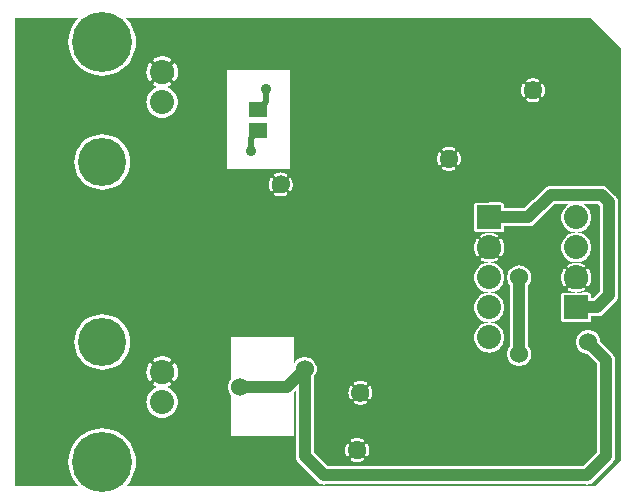
<source format=gbl>
G04 start of page 3 for group 1 idx 1 *
G04 Title: (unknown), bottom *
G04 Creator: pcb 20140316 *
G04 CreationDate: Fri 17 Jul 2015 05:09:26 PM GMT UTC *
G04 For: fosse *
G04 Format: Gerber/RS-274X *
G04 PCB-Dimensions (mil): 2170.00 1700.00 *
G04 PCB-Coordinate-Origin: lower left *
%MOIN*%
%FSLAX25Y25*%
%LNBOTTOM*%
%ADD36C,0.0320*%
%ADD35C,0.0790*%
%ADD34C,0.0350*%
%ADD33C,0.0600*%
%ADD32C,0.0360*%
%ADD31R,0.0512X0.0512*%
%ADD30C,0.0800*%
%ADD29C,0.2000*%
%ADD28C,0.1600*%
%ADD27C,0.0200*%
%ADD26C,0.0400*%
%ADD25C,0.0001*%
G54D25*G36*
X196653Y83707D02*X196969Y84223D01*
X197270Y84950D01*
X197454Y85715D01*
X197500Y86500D01*
X197454Y87285D01*
X197270Y88050D01*
X196969Y88777D01*
X196653Y89293D01*
Y93707D01*
X196969Y94223D01*
X197270Y94950D01*
X197454Y95715D01*
X197500Y96500D01*
X197454Y97285D01*
X197270Y98050D01*
X196969Y98777D01*
X196653Y99293D01*
Y101000D01*
X199757D01*
X200500Y100257D01*
Y71743D01*
X198257Y69500D01*
X197492D01*
X197491Y70657D01*
X197454Y70810D01*
X197394Y70955D01*
X197312Y71090D01*
X197209Y71209D01*
X197090Y71312D01*
X196955Y71394D01*
X196810Y71454D01*
X196657Y71491D01*
X196653Y71491D01*
Y73738D01*
X196682Y73767D01*
X196728Y73831D01*
X196964Y74236D01*
X197157Y74665D01*
X197308Y75109D01*
X197418Y75566D01*
X197483Y76031D01*
X197506Y76500D01*
X197483Y76969D01*
X197418Y77434D01*
X197308Y77891D01*
X197157Y78335D01*
X196964Y78764D01*
X196732Y79172D01*
X196685Y79236D01*
X196653Y79268D01*
Y83707D01*
G37*
G36*
Y50605D02*X199500Y47757D01*
Y18243D01*
X196653Y15395D01*
Y50605D01*
G37*
G36*
Y163000D02*X197500D01*
X207500Y153000D01*
Y15500D01*
X199000Y7000D01*
X196653D01*
Y7572D01*
X196930Y7638D01*
X197366Y7819D01*
X197769Y8065D01*
X198128Y8372D01*
X198204Y8462D01*
X204538Y14796D01*
X204628Y14872D01*
X204934Y15231D01*
X204935Y15231D01*
X205181Y15634D01*
X205362Y16070D01*
X205472Y16529D01*
X205509Y17000D01*
X205500Y17118D01*
Y48882D01*
X205509Y49000D01*
X205472Y49471D01*
X205362Y49930D01*
X205181Y50366D01*
X204935Y50769D01*
X204628Y51128D01*
X204538Y51204D01*
X200485Y55258D01*
X200463Y55628D01*
X200316Y56240D01*
X200075Y56822D01*
X199746Y57358D01*
X199337Y57837D01*
X198858Y58246D01*
X198322Y58575D01*
X197740Y58816D01*
X197128Y58963D01*
X196653Y59000D01*
Y61509D01*
X196657Y61509D01*
X196810Y61546D01*
X196955Y61606D01*
X197090Y61688D01*
X197209Y61791D01*
X197312Y61910D01*
X197394Y62045D01*
X197454Y62190D01*
X197491Y62343D01*
X197500Y62500D01*
X197499Y63500D01*
X199382D01*
X199500Y63491D01*
X199970Y63528D01*
X199971Y63528D01*
X200430Y63638D01*
X200866Y63819D01*
X201269Y64065D01*
X201628Y64372D01*
X201705Y64462D01*
X205538Y68296D01*
X205628Y68372D01*
X205934Y68731D01*
X205935Y68731D01*
X206181Y69134D01*
X206362Y69570D01*
X206472Y70029D01*
X206509Y70500D01*
X206500Y70618D01*
Y101382D01*
X206509Y101500D01*
X206472Y101971D01*
X206472Y101971D01*
X206362Y102430D01*
X206181Y102866D01*
X205935Y103269D01*
X205628Y103628D01*
X205538Y103704D01*
X203204Y106038D01*
X203128Y106128D01*
X202769Y106435D01*
X202366Y106681D01*
X201930Y106862D01*
X201471Y106972D01*
X201000Y107009D01*
X200882Y107000D01*
X196653D01*
Y163000D01*
G37*
G36*
Y99293D02*X196558Y99448D01*
X196046Y100046D01*
X195448Y100558D01*
X194777Y100969D01*
X194702Y101000D01*
X196653D01*
Y99293D01*
G37*
G36*
Y89293D02*X196558Y89448D01*
X196046Y90046D01*
X195448Y90558D01*
X194777Y90969D01*
X194050Y91270D01*
X193285Y91454D01*
X192696Y91500D01*
X193285Y91546D01*
X194050Y91730D01*
X194777Y92031D01*
X195448Y92442D01*
X196046Y92954D01*
X196558Y93552D01*
X196653Y93707D01*
Y89293D01*
G37*
G36*
X188347Y83707D02*X188442Y83552D01*
X188954Y82954D01*
X189552Y82442D01*
X190223Y82031D01*
X190950Y81730D01*
X191715Y81546D01*
X192333Y81498D01*
X192031Y81483D01*
X191566Y81418D01*
X191109Y81308D01*
X190665Y81157D01*
X190236Y80964D01*
X189828Y80732D01*
X189764Y80685D01*
X189708Y80628D01*
X189663Y80564D01*
X189628Y80492D01*
X189604Y80417D01*
X189593Y80338D01*
X189594Y80259D01*
X189607Y80180D01*
X189633Y80105D01*
X189670Y80035D01*
X189717Y79971D01*
X189774Y79916D01*
X189839Y79870D01*
X189910Y79835D01*
X189986Y79812D01*
X190065Y79800D01*
X190144Y79801D01*
X190222Y79815D01*
X190297Y79840D01*
X190367Y79879D01*
X190691Y80068D01*
X191033Y80221D01*
X191388Y80342D01*
X191754Y80430D01*
X192125Y80482D01*
X192500Y80500D01*
X192875Y80482D01*
X193246Y80430D01*
X193612Y80342D01*
X193967Y80221D01*
X194309Y80068D01*
X194635Y79882D01*
X194704Y79844D01*
X194779Y79819D01*
X194856Y79806D01*
X194935Y79805D01*
X195013Y79816D01*
X195088Y79839D01*
X195159Y79874D01*
X195223Y79919D01*
X195279Y79974D01*
X195327Y80037D01*
X195363Y80107D01*
X195388Y80181D01*
X195402Y80259D01*
X195403Y80338D01*
X195392Y80416D01*
X195368Y80491D01*
X195334Y80561D01*
X195288Y80626D01*
X195233Y80682D01*
X195169Y80728D01*
X194764Y80964D01*
X194335Y81157D01*
X193891Y81308D01*
X193434Y81418D01*
X192969Y81483D01*
X192667Y81498D01*
X193285Y81546D01*
X194050Y81730D01*
X194777Y82031D01*
X195448Y82442D01*
X196046Y82954D01*
X196558Y83552D01*
X196653Y83707D01*
Y79268D01*
X196628Y79292D01*
X196564Y79337D01*
X196492Y79372D01*
X196417Y79396D01*
X196338Y79407D01*
X196259Y79406D01*
X196180Y79393D01*
X196105Y79367D01*
X196035Y79330D01*
X195971Y79283D01*
X195916Y79226D01*
X195870Y79161D01*
X195835Y79090D01*
X195812Y79014D01*
X195800Y78935D01*
X195801Y78856D01*
X195815Y78778D01*
X195840Y78703D01*
X195879Y78633D01*
X196068Y78309D01*
X196221Y77967D01*
X196342Y77612D01*
X196430Y77246D01*
X196482Y76875D01*
X196500Y76500D01*
X196482Y76125D01*
X196430Y75754D01*
X196342Y75388D01*
X196221Y75033D01*
X196068Y74691D01*
X195882Y74365D01*
X195844Y74296D01*
X195819Y74221D01*
X195806Y74144D01*
X195805Y74065D01*
X195816Y73987D01*
X195839Y73912D01*
X195874Y73841D01*
X195919Y73777D01*
X195974Y73721D01*
X196037Y73673D01*
X196107Y73637D01*
X196181Y73612D01*
X196259Y73598D01*
X196338Y73597D01*
X196416Y73608D01*
X196491Y73632D01*
X196561Y73666D01*
X196626Y73712D01*
X196653Y73738D01*
Y71491D01*
X196500Y71500D01*
X192521Y71495D01*
X192969Y71517D01*
X193434Y71582D01*
X193891Y71692D01*
X194335Y71843D01*
X194764Y72036D01*
X195172Y72268D01*
X195236Y72315D01*
X195292Y72372D01*
X195337Y72436D01*
X195372Y72508D01*
X195396Y72583D01*
X195407Y72662D01*
X195406Y72741D01*
X195393Y72820D01*
X195367Y72895D01*
X195330Y72965D01*
X195283Y73029D01*
X195226Y73084D01*
X195161Y73130D01*
X195090Y73165D01*
X195014Y73188D01*
X194935Y73200D01*
X194856Y73199D01*
X194778Y73185D01*
X194703Y73160D01*
X194633Y73121D01*
X194309Y72932D01*
X193967Y72779D01*
X193612Y72658D01*
X193246Y72570D01*
X192875Y72518D01*
X192500Y72500D01*
X192125Y72518D01*
X191754Y72570D01*
X191388Y72658D01*
X191033Y72779D01*
X190691Y72932D01*
X190364Y73118D01*
X190296Y73156D01*
X190221Y73181D01*
X190144Y73194D01*
X190065Y73195D01*
X189987Y73184D01*
X189912Y73161D01*
X189841Y73126D01*
X189777Y73081D01*
X189721Y73026D01*
X189673Y72963D01*
X189637Y72893D01*
X189612Y72819D01*
X189598Y72741D01*
X189597Y72662D01*
X189608Y72584D01*
X189632Y72509D01*
X189666Y72439D01*
X189712Y72374D01*
X189767Y72318D01*
X189831Y72272D01*
X190236Y72036D01*
X190665Y71843D01*
X191109Y71692D01*
X191566Y71582D01*
X192031Y71517D01*
X192480Y71495D01*
X188347Y71491D01*
Y73732D01*
X188372Y73708D01*
X188436Y73663D01*
X188508Y73628D01*
X188583Y73604D01*
X188662Y73593D01*
X188741Y73594D01*
X188820Y73607D01*
X188895Y73633D01*
X188965Y73670D01*
X189029Y73717D01*
X189084Y73774D01*
X189130Y73839D01*
X189165Y73910D01*
X189188Y73986D01*
X189200Y74065D01*
X189199Y74144D01*
X189185Y74222D01*
X189160Y74297D01*
X189121Y74367D01*
X188932Y74691D01*
X188779Y75033D01*
X188658Y75388D01*
X188570Y75754D01*
X188518Y76125D01*
X188500Y76500D01*
X188518Y76875D01*
X188570Y77246D01*
X188658Y77612D01*
X188779Y77967D01*
X188932Y78309D01*
X189118Y78636D01*
X189156Y78704D01*
X189181Y78779D01*
X189194Y78856D01*
X189195Y78935D01*
X189184Y79013D01*
X189161Y79088D01*
X189126Y79159D01*
X189081Y79223D01*
X189026Y79279D01*
X188963Y79327D01*
X188893Y79363D01*
X188819Y79388D01*
X188741Y79402D01*
X188662Y79403D01*
X188584Y79392D01*
X188509Y79368D01*
X188439Y79334D01*
X188374Y79288D01*
X188347Y79262D01*
Y83707D01*
G37*
G36*
Y93707D02*X188442Y93552D01*
X188954Y92954D01*
X189552Y92442D01*
X190223Y92031D01*
X190950Y91730D01*
X191715Y91546D01*
X192304Y91500D01*
X191715Y91454D01*
X190950Y91270D01*
X190223Y90969D01*
X189552Y90558D01*
X188954Y90046D01*
X188442Y89448D01*
X188347Y89293D01*
Y93707D01*
G37*
G36*
Y101000D02*X190298D01*
X190223Y100969D01*
X189552Y100558D01*
X188954Y100046D01*
X188442Y99448D01*
X188347Y99293D01*
Y101000D01*
G37*
G36*
X196653Y59000D02*X196500Y59012D01*
X195872Y58963D01*
X195260Y58816D01*
X194678Y58575D01*
X194142Y58246D01*
X193663Y57837D01*
X193254Y57358D01*
X192925Y56822D01*
X192684Y56240D01*
X192537Y55628D01*
X192488Y55000D01*
X192537Y54372D01*
X192684Y53760D01*
X192925Y53178D01*
X193254Y52642D01*
X193663Y52163D01*
X194142Y51754D01*
X194678Y51425D01*
X195260Y51184D01*
X195872Y51037D01*
X196250Y51007D01*
X196653Y50605D01*
Y15395D01*
X194757Y13500D01*
X188347D01*
Y61509D01*
X188500Y61500D01*
X196653Y61509D01*
Y59000D01*
G37*
G36*
X188347Y13500D02*X182505D01*
Y98262D01*
X185243Y101000D01*
X188347D01*
Y99293D01*
X188031Y98777D01*
X187730Y98050D01*
X187546Y97285D01*
X187485Y96500D01*
X187546Y95715D01*
X187730Y94950D01*
X188031Y94223D01*
X188347Y93707D01*
Y89293D01*
X188031Y88777D01*
X187730Y88050D01*
X187546Y87285D01*
X187485Y86500D01*
X187546Y85715D01*
X187730Y84950D01*
X188031Y84223D01*
X188347Y83707D01*
Y79262D01*
X188318Y79233D01*
X188272Y79169D01*
X188036Y78764D01*
X187843Y78335D01*
X187692Y77891D01*
X187582Y77434D01*
X187517Y76969D01*
X187494Y76500D01*
X187517Y76031D01*
X187582Y75566D01*
X187692Y75109D01*
X187843Y74665D01*
X188036Y74236D01*
X188268Y73828D01*
X188315Y73764D01*
X188347Y73732D01*
Y71491D01*
X188343Y71491D01*
X188190Y71454D01*
X188045Y71394D01*
X187910Y71312D01*
X187791Y71209D01*
X187688Y71090D01*
X187606Y70955D01*
X187546Y70810D01*
X187509Y70657D01*
X187500Y70500D01*
X187509Y62343D01*
X187546Y62190D01*
X187606Y62045D01*
X187688Y61910D01*
X187791Y61791D01*
X187910Y61688D01*
X188045Y61606D01*
X188190Y61546D01*
X188343Y61509D01*
X188347Y61509D01*
Y13500D01*
G37*
G36*
X196653Y7000D02*X182505D01*
Y7500D01*
X195882D01*
X196000Y7491D01*
X196471Y7528D01*
X196471Y7528D01*
X196653Y7572D01*
Y7000D01*
G37*
G36*
X182505Y163000D02*X196653D01*
Y107000D01*
X184118D01*
X184000Y107009D01*
X183529Y106972D01*
X183070Y106862D01*
X182634Y106681D01*
X182505Y106602D01*
Y163000D01*
G37*
G36*
Y7000D02*X86500D01*
Y23500D01*
X98500D01*
Y38257D01*
X99000Y38757D01*
Y17118D01*
X98991Y17000D01*
X99028Y16529D01*
X99138Y16070D01*
X99319Y15634D01*
X99565Y15231D01*
X99566Y15231D01*
X99872Y14872D01*
X99962Y14796D01*
X106296Y8462D01*
X106372Y8372D01*
X106731Y8066D01*
X106731Y8065D01*
X107134Y7819D01*
X107570Y7638D01*
X108029Y7528D01*
X108500Y7491D01*
X108618Y7500D01*
X182505D01*
Y7000D01*
G37*
G36*
X173494Y93500D02*X176382D01*
X176500Y93491D01*
X176971Y93528D01*
X176971Y93528D01*
X177430Y93638D01*
X177866Y93819D01*
X178269Y94065D01*
X178628Y94372D01*
X178704Y94462D01*
X182505Y98262D01*
Y13500D01*
X173494D01*
Y46988D01*
X173500Y46988D01*
X174128Y47037D01*
X174740Y47184D01*
X175322Y47425D01*
X175858Y47754D01*
X176337Y48163D01*
X176746Y48642D01*
X177075Y49178D01*
X177316Y49760D01*
X177463Y50372D01*
X177500Y51000D01*
X177463Y51628D01*
X177316Y52240D01*
X177075Y52822D01*
X176746Y53358D01*
X176500Y53646D01*
Y73854D01*
X176746Y74142D01*
X177075Y74678D01*
X177316Y75260D01*
X177463Y75872D01*
X177500Y76500D01*
X177463Y77128D01*
X177316Y77740D01*
X177075Y78322D01*
X176746Y78858D01*
X176337Y79337D01*
X175858Y79746D01*
X175322Y80075D01*
X174740Y80316D01*
X174128Y80463D01*
X173500Y80512D01*
X173494Y80512D01*
Y93500D01*
G37*
G36*
X181367Y163000D02*X182505D01*
Y106602D01*
X182231Y106435D01*
X182231Y106434D01*
X181872Y106128D01*
X181796Y106038D01*
X181367Y105610D01*
Y136786D01*
X181370Y136787D01*
X181438Y136826D01*
X181500Y136875D01*
X181552Y136934D01*
X181594Y137000D01*
X181757Y137325D01*
X181886Y137665D01*
X181984Y138015D01*
X182050Y138373D01*
X182083Y138735D01*
Y139099D01*
X182050Y139461D01*
X181984Y139819D01*
X181886Y140169D01*
X181757Y140509D01*
X181598Y140836D01*
X181555Y140902D01*
X181502Y140961D01*
X181440Y141011D01*
X181371Y141050D01*
X181367Y141052D01*
Y163000D01*
G37*
G36*
X178085D02*X181367D01*
Y141052D01*
X181297Y141078D01*
X181220Y141094D01*
X181141Y141098D01*
X181062Y141090D01*
X180986Y141069D01*
X180913Y141037D01*
X180847Y140994D01*
X180788Y140941D01*
X180739Y140879D01*
X180699Y140810D01*
X180671Y140736D01*
X180655Y140659D01*
X180651Y140580D01*
X180659Y140501D01*
X180680Y140424D01*
X180714Y140353D01*
X180836Y140110D01*
X180933Y139855D01*
X181006Y139593D01*
X181055Y139325D01*
X181080Y139053D01*
Y138781D01*
X181055Y138509D01*
X181006Y138241D01*
X180933Y137979D01*
X180836Y137724D01*
X180716Y137480D01*
X180683Y137408D01*
X180662Y137332D01*
X180654Y137254D01*
X180658Y137176D01*
X180674Y137099D01*
X180702Y137025D01*
X180741Y136957D01*
X180791Y136896D01*
X180849Y136843D01*
X180915Y136800D01*
X180987Y136768D01*
X181063Y136747D01*
X181141Y136739D01*
X181219Y136743D01*
X181296Y136759D01*
X181367Y136786D01*
Y105610D01*
X178085Y102327D01*
Y134917D01*
X178265D01*
X178627Y134950D01*
X178985Y135016D01*
X179335Y135114D01*
X179675Y135243D01*
X180002Y135402D01*
X180068Y135445D01*
X180127Y135498D01*
X180177Y135560D01*
X180216Y135629D01*
X180244Y135703D01*
X180261Y135780D01*
X180265Y135859D01*
X180256Y135938D01*
X180235Y136014D01*
X180203Y136087D01*
X180160Y136153D01*
X180107Y136212D01*
X180045Y136261D01*
X179976Y136301D01*
X179902Y136329D01*
X179825Y136345D01*
X179746Y136349D01*
X179667Y136341D01*
X179591Y136320D01*
X179519Y136287D01*
X179276Y136164D01*
X179021Y136067D01*
X178759Y135994D01*
X178491Y135945D01*
X178219Y135920D01*
X178085D01*
Y141914D01*
X178219D01*
X178491Y141889D01*
X178759Y141840D01*
X179021Y141767D01*
X179276Y141670D01*
X179521Y141550D01*
X179592Y141517D01*
X179668Y141496D01*
X179746Y141488D01*
X179824Y141492D01*
X179901Y141508D01*
X179975Y141536D01*
X180043Y141575D01*
X180104Y141624D01*
X180157Y141683D01*
X180200Y141749D01*
X180232Y141821D01*
X180253Y141897D01*
X180261Y141975D01*
X180257Y142053D01*
X180241Y142130D01*
X180213Y142204D01*
X180174Y142272D01*
X180125Y142333D01*
X180066Y142386D01*
X180000Y142428D01*
X179675Y142591D01*
X179335Y142720D01*
X178985Y142818D01*
X178627Y142884D01*
X178265Y142917D01*
X178085D01*
Y163000D01*
G37*
G36*
X174799D02*X178085D01*
Y142917D01*
X177901D01*
X177539Y142884D01*
X177181Y142818D01*
X176831Y142720D01*
X176491Y142591D01*
X176164Y142432D01*
X176098Y142389D01*
X176039Y142336D01*
X175990Y142274D01*
X175950Y142205D01*
X175922Y142131D01*
X175906Y142054D01*
X175902Y141975D01*
X175910Y141896D01*
X175931Y141820D01*
X175963Y141747D01*
X176006Y141681D01*
X176060Y141622D01*
X176121Y141573D01*
X176190Y141533D01*
X176264Y141505D01*
X176341Y141489D01*
X176420Y141485D01*
X176499Y141493D01*
X176576Y141514D01*
X176647Y141547D01*
X176890Y141670D01*
X177145Y141767D01*
X177408Y141840D01*
X177676Y141889D01*
X177947Y141914D01*
X178085D01*
Y135920D01*
X177947D01*
X177676Y135945D01*
X177408Y135994D01*
X177145Y136067D01*
X176890Y136164D01*
X176646Y136284D01*
X176575Y136317D01*
X176499Y136338D01*
X176420Y136346D01*
X176342Y136342D01*
X176265Y136326D01*
X176191Y136298D01*
X176123Y136259D01*
X176062Y136210D01*
X176009Y136151D01*
X175966Y136085D01*
X175934Y136013D01*
X175913Y135937D01*
X175905Y135859D01*
X175909Y135781D01*
X175925Y135704D01*
X175953Y135630D01*
X175992Y135562D01*
X176041Y135501D01*
X176100Y135448D01*
X176166Y135406D01*
X176491Y135243D01*
X176831Y135114D01*
X177181Y135016D01*
X177539Y134950D01*
X177901Y134917D01*
X178085D01*
Y102327D01*
X175257Y99500D01*
X174799D01*
Y136782D01*
X174869Y136756D01*
X174946Y136740D01*
X175025Y136736D01*
X175104Y136744D01*
X175181Y136765D01*
X175253Y136797D01*
X175319Y136840D01*
X175378Y136893D01*
X175428Y136955D01*
X175467Y137024D01*
X175495Y137098D01*
X175511Y137175D01*
X175515Y137254D01*
X175507Y137333D01*
X175486Y137410D01*
X175453Y137481D01*
X175330Y137724D01*
X175233Y137979D01*
X175160Y138241D01*
X175111Y138509D01*
X175086Y138781D01*
Y139053D01*
X175111Y139325D01*
X175160Y139593D01*
X175233Y139855D01*
X175330Y140110D01*
X175450Y140354D01*
X175483Y140426D01*
X175504Y140502D01*
X175512Y140580D01*
X175508Y140658D01*
X175492Y140735D01*
X175464Y140809D01*
X175425Y140877D01*
X175376Y140938D01*
X175317Y140991D01*
X175251Y141034D01*
X175179Y141066D01*
X175104Y141087D01*
X175025Y141095D01*
X174947Y141091D01*
X174870Y141075D01*
X174799Y141048D01*
Y163000D01*
G37*
G36*
X173494D02*X174799D01*
Y141048D01*
X174796Y141047D01*
X174728Y141008D01*
X174667Y140959D01*
X174614Y140900D01*
X174572Y140834D01*
X174409Y140509D01*
X174280Y140169D01*
X174182Y139819D01*
X174116Y139461D01*
X174083Y139099D01*
Y138735D01*
X174116Y138373D01*
X174182Y138015D01*
X174280Y137665D01*
X174409Y137325D01*
X174569Y136998D01*
X174611Y136932D01*
X174664Y136873D01*
X174726Y136823D01*
X174795Y136784D01*
X174799Y136782D01*
Y99500D01*
X173494D01*
Y163000D01*
G37*
G36*
X167653Y91509D02*X167657Y91509D01*
X167810Y91546D01*
X167955Y91606D01*
X168090Y91688D01*
X168209Y91791D01*
X168312Y91910D01*
X168394Y92045D01*
X168454Y92190D01*
X168491Y92343D01*
X168500Y92500D01*
X168499Y93500D01*
X173494D01*
Y80512D01*
X172872Y80463D01*
X172260Y80316D01*
X171678Y80075D01*
X171142Y79746D01*
X170663Y79337D01*
X170254Y78858D01*
X169925Y78322D01*
X169684Y77740D01*
X169537Y77128D01*
X169488Y76500D01*
X169537Y75872D01*
X169684Y75260D01*
X169925Y74678D01*
X170254Y74142D01*
X170500Y73854D01*
Y53646D01*
X170254Y53358D01*
X169925Y52822D01*
X169684Y52240D01*
X169537Y51628D01*
X169488Y51000D01*
X169537Y50372D01*
X169684Y49760D01*
X169925Y49178D01*
X170254Y48642D01*
X170663Y48163D01*
X171142Y47754D01*
X171678Y47425D01*
X172260Y47184D01*
X172872Y47037D01*
X173494Y46988D01*
Y13500D01*
X167653D01*
Y53707D01*
X167969Y54223D01*
X168270Y54950D01*
X168454Y55715D01*
X168500Y56500D01*
X168454Y57285D01*
X168270Y58050D01*
X167969Y58777D01*
X167653Y59293D01*
Y63707D01*
X167969Y64223D01*
X168270Y64950D01*
X168454Y65715D01*
X168500Y66500D01*
X168454Y67285D01*
X168270Y68050D01*
X167969Y68777D01*
X167653Y69293D01*
Y73707D01*
X167969Y74223D01*
X168270Y74950D01*
X168454Y75715D01*
X168500Y76500D01*
X168454Y77285D01*
X168270Y78050D01*
X167969Y78777D01*
X167653Y79293D01*
Y83738D01*
X167682Y83767D01*
X167728Y83831D01*
X167964Y84236D01*
X168157Y84665D01*
X168308Y85109D01*
X168418Y85566D01*
X168483Y86031D01*
X168506Y86500D01*
X168483Y86969D01*
X168418Y87434D01*
X168308Y87891D01*
X168157Y88335D01*
X167964Y88764D01*
X167732Y89172D01*
X167685Y89236D01*
X167653Y89268D01*
Y91509D01*
G37*
G36*
Y163000D02*X173494D01*
Y99500D01*
X168492D01*
X168491Y100657D01*
X168454Y100810D01*
X168394Y100955D01*
X168312Y101090D01*
X168209Y101209D01*
X168090Y101312D01*
X167955Y101394D01*
X167810Y101454D01*
X167657Y101491D01*
X167653Y101491D01*
Y163000D01*
G37*
G36*
Y69293D02*X167558Y69448D01*
X167046Y70046D01*
X166448Y70558D01*
X165777Y70969D01*
X165050Y71270D01*
X164285Y71454D01*
X163696Y71500D01*
X164285Y71546D01*
X165050Y71730D01*
X165777Y72031D01*
X166448Y72442D01*
X167046Y72954D01*
X167558Y73552D01*
X167653Y73707D01*
Y69293D01*
G37*
G36*
Y59293D02*X167558Y59448D01*
X167046Y60046D01*
X166448Y60558D01*
X165777Y60969D01*
X165050Y61270D01*
X164285Y61454D01*
X163696Y61500D01*
X164285Y61546D01*
X165050Y61730D01*
X165777Y62031D01*
X166448Y62442D01*
X167046Y62954D01*
X167558Y63552D01*
X167653Y63707D01*
Y59293D01*
G37*
G36*
X159347Y53707D02*X159442Y53552D01*
X159954Y52954D01*
X160552Y52442D01*
X161223Y52031D01*
X161950Y51730D01*
X162715Y51546D01*
X163500Y51485D01*
X164285Y51546D01*
X165050Y51730D01*
X165777Y52031D01*
X166448Y52442D01*
X167046Y52954D01*
X167558Y53552D01*
X167653Y53707D01*
Y13500D01*
X159347D01*
Y53707D01*
G37*
G36*
Y63707D02*X159442Y63552D01*
X159954Y62954D01*
X160552Y62442D01*
X161223Y62031D01*
X161950Y61730D01*
X162715Y61546D01*
X163304Y61500D01*
X162715Y61454D01*
X161950Y61270D01*
X161223Y60969D01*
X160552Y60558D01*
X159954Y60046D01*
X159442Y59448D01*
X159347Y59293D01*
Y63707D01*
G37*
G36*
Y73707D02*X159442Y73552D01*
X159954Y72954D01*
X160552Y72442D01*
X161223Y72031D01*
X161950Y71730D01*
X162715Y71546D01*
X163304Y71500D01*
X162715Y71454D01*
X161950Y71270D01*
X161223Y70969D01*
X160552Y70558D01*
X159954Y70046D01*
X159442Y69448D01*
X159347Y69293D01*
Y73707D01*
G37*
G36*
Y91509D02*X159500Y91500D01*
X163479Y91505D01*
X163031Y91483D01*
X162566Y91418D01*
X162109Y91308D01*
X161665Y91157D01*
X161236Y90964D01*
X160828Y90732D01*
X160764Y90685D01*
X160708Y90628D01*
X160663Y90564D01*
X160628Y90492D01*
X160604Y90417D01*
X160593Y90338D01*
X160594Y90259D01*
X160607Y90180D01*
X160633Y90105D01*
X160670Y90035D01*
X160717Y89971D01*
X160774Y89916D01*
X160839Y89870D01*
X160910Y89835D01*
X160986Y89812D01*
X161065Y89800D01*
X161144Y89801D01*
X161222Y89815D01*
X161297Y89840D01*
X161367Y89879D01*
X161691Y90068D01*
X162033Y90221D01*
X162388Y90342D01*
X162754Y90430D01*
X163125Y90482D01*
X163500Y90500D01*
X163875Y90482D01*
X164246Y90430D01*
X164612Y90342D01*
X164967Y90221D01*
X165309Y90068D01*
X165635Y89882D01*
X165704Y89844D01*
X165779Y89819D01*
X165856Y89806D01*
X165935Y89805D01*
X166013Y89816D01*
X166088Y89839D01*
X166159Y89874D01*
X166223Y89919D01*
X166279Y89974D01*
X166327Y90037D01*
X166363Y90107D01*
X166388Y90181D01*
X166402Y90259D01*
X166403Y90338D01*
X166392Y90416D01*
X166368Y90491D01*
X166334Y90561D01*
X166288Y90626D01*
X166233Y90682D01*
X166169Y90728D01*
X165764Y90964D01*
X165335Y91157D01*
X164891Y91308D01*
X164434Y91418D01*
X163969Y91483D01*
X163520Y91505D01*
X167653Y91509D01*
Y89268D01*
X167628Y89292D01*
X167564Y89337D01*
X167492Y89372D01*
X167417Y89396D01*
X167338Y89407D01*
X167259Y89406D01*
X167180Y89393D01*
X167105Y89367D01*
X167035Y89330D01*
X166971Y89283D01*
X166916Y89226D01*
X166870Y89161D01*
X166835Y89090D01*
X166812Y89014D01*
X166800Y88935D01*
X166801Y88856D01*
X166815Y88778D01*
X166840Y88703D01*
X166879Y88633D01*
X167068Y88309D01*
X167221Y87967D01*
X167342Y87612D01*
X167430Y87246D01*
X167482Y86875D01*
X167500Y86500D01*
X167482Y86125D01*
X167430Y85754D01*
X167342Y85388D01*
X167221Y85033D01*
X167068Y84691D01*
X166882Y84365D01*
X166844Y84296D01*
X166819Y84221D01*
X166806Y84144D01*
X166805Y84065D01*
X166816Y83987D01*
X166839Y83912D01*
X166874Y83841D01*
X166919Y83777D01*
X166974Y83721D01*
X167037Y83673D01*
X167107Y83637D01*
X167181Y83612D01*
X167259Y83598D01*
X167338Y83597D01*
X167416Y83608D01*
X167491Y83632D01*
X167561Y83666D01*
X167626Y83712D01*
X167653Y83738D01*
Y79293D01*
X167558Y79448D01*
X167046Y80046D01*
X166448Y80558D01*
X165777Y80969D01*
X165050Y81270D01*
X164285Y81454D01*
X163667Y81502D01*
X163969Y81517D01*
X164434Y81582D01*
X164891Y81692D01*
X165335Y81843D01*
X165764Y82036D01*
X166172Y82268D01*
X166236Y82315D01*
X166292Y82372D01*
X166337Y82436D01*
X166372Y82508D01*
X166396Y82583D01*
X166407Y82662D01*
X166406Y82741D01*
X166393Y82820D01*
X166367Y82895D01*
X166330Y82965D01*
X166283Y83029D01*
X166226Y83084D01*
X166161Y83130D01*
X166090Y83165D01*
X166014Y83188D01*
X165935Y83200D01*
X165856Y83199D01*
X165778Y83185D01*
X165703Y83160D01*
X165633Y83121D01*
X165309Y82932D01*
X164967Y82779D01*
X164612Y82658D01*
X164246Y82570D01*
X163875Y82518D01*
X163500Y82500D01*
X163125Y82518D01*
X162754Y82570D01*
X162388Y82658D01*
X162033Y82779D01*
X161691Y82932D01*
X161364Y83118D01*
X161296Y83156D01*
X161221Y83181D01*
X161144Y83194D01*
X161065Y83195D01*
X160987Y83184D01*
X160912Y83161D01*
X160841Y83126D01*
X160777Y83081D01*
X160721Y83026D01*
X160673Y82963D01*
X160637Y82893D01*
X160612Y82819D01*
X160598Y82741D01*
X160597Y82662D01*
X160608Y82584D01*
X160632Y82509D01*
X160666Y82439D01*
X160712Y82374D01*
X160767Y82318D01*
X160831Y82272D01*
X161236Y82036D01*
X161665Y81843D01*
X162109Y81692D01*
X162566Y81582D01*
X163031Y81517D01*
X163333Y81502D01*
X162715Y81454D01*
X161950Y81270D01*
X161223Y80969D01*
X160552Y80558D01*
X159954Y80046D01*
X159442Y79448D01*
X159347Y79293D01*
Y83732D01*
X159372Y83708D01*
X159436Y83663D01*
X159508Y83628D01*
X159583Y83604D01*
X159662Y83593D01*
X159741Y83594D01*
X159820Y83607D01*
X159895Y83633D01*
X159965Y83670D01*
X160029Y83717D01*
X160084Y83774D01*
X160130Y83839D01*
X160165Y83910D01*
X160188Y83986D01*
X160200Y84065D01*
X160199Y84144D01*
X160185Y84222D01*
X160160Y84297D01*
X160121Y84367D01*
X159932Y84691D01*
X159779Y85033D01*
X159658Y85388D01*
X159570Y85754D01*
X159518Y86125D01*
X159500Y86500D01*
X159518Y86875D01*
X159570Y87246D01*
X159658Y87612D01*
X159779Y87967D01*
X159932Y88309D01*
X160118Y88636D01*
X160156Y88704D01*
X160181Y88779D01*
X160194Y88856D01*
X160195Y88935D01*
X160184Y89013D01*
X160161Y89088D01*
X160126Y89159D01*
X160081Y89223D01*
X160026Y89279D01*
X159963Y89327D01*
X159893Y89363D01*
X159819Y89388D01*
X159741Y89402D01*
X159662Y89403D01*
X159584Y89392D01*
X159509Y89368D01*
X159439Y89334D01*
X159374Y89288D01*
X159347Y89262D01*
Y91509D01*
G37*
G36*
Y163000D02*X167653D01*
Y101491D01*
X167500Y101500D01*
X159347Y101491D01*
Y163000D01*
G37*
G36*
X153367D02*X159347D01*
Y101491D01*
X159343Y101491D01*
X159190Y101454D01*
X159045Y101394D01*
X158910Y101312D01*
X158791Y101209D01*
X158688Y101090D01*
X158606Y100955D01*
X158546Y100810D01*
X158509Y100657D01*
X158500Y100500D01*
X158509Y92343D01*
X158546Y92190D01*
X158606Y92045D01*
X158688Y91910D01*
X158791Y91791D01*
X158910Y91688D01*
X159045Y91606D01*
X159190Y91546D01*
X159343Y91509D01*
X159347Y91509D01*
Y89262D01*
X159318Y89233D01*
X159272Y89169D01*
X159036Y88764D01*
X158843Y88335D01*
X158692Y87891D01*
X158582Y87434D01*
X158517Y86969D01*
X158494Y86500D01*
X158517Y86031D01*
X158582Y85566D01*
X158692Y85109D01*
X158843Y84665D01*
X159036Y84236D01*
X159268Y83828D01*
X159315Y83764D01*
X159347Y83732D01*
Y79293D01*
X159031Y78777D01*
X158730Y78050D01*
X158546Y77285D01*
X158485Y76500D01*
X158546Y75715D01*
X158730Y74950D01*
X159031Y74223D01*
X159347Y73707D01*
Y69293D01*
X159031Y68777D01*
X158730Y68050D01*
X158546Y67285D01*
X158485Y66500D01*
X158546Y65715D01*
X158730Y64950D01*
X159031Y64223D01*
X159347Y63707D01*
Y59293D01*
X159031Y58777D01*
X158730Y58050D01*
X158546Y57285D01*
X158485Y56500D01*
X158546Y55715D01*
X158730Y54950D01*
X159031Y54223D01*
X159347Y53707D01*
Y13500D01*
X153367D01*
Y113952D01*
X153370Y113953D01*
X153438Y113992D01*
X153500Y114041D01*
X153552Y114100D01*
X153594Y114166D01*
X153757Y114491D01*
X153886Y114831D01*
X153984Y115181D01*
X154050Y115539D01*
X154083Y115901D01*
Y116265D01*
X154050Y116627D01*
X153984Y116985D01*
X153886Y117335D01*
X153757Y117675D01*
X153598Y118002D01*
X153555Y118068D01*
X153502Y118127D01*
X153440Y118177D01*
X153371Y118216D01*
X153367Y118218D01*
Y163000D01*
G37*
G36*
X150085D02*X153367D01*
Y118218D01*
X153297Y118244D01*
X153220Y118260D01*
X153141Y118264D01*
X153062Y118256D01*
X152986Y118235D01*
X152913Y118203D01*
X152847Y118160D01*
X152788Y118107D01*
X152739Y118045D01*
X152699Y117976D01*
X152671Y117902D01*
X152655Y117825D01*
X152651Y117746D01*
X152659Y117667D01*
X152680Y117590D01*
X152714Y117519D01*
X152836Y117276D01*
X152933Y117021D01*
X153006Y116759D01*
X153055Y116491D01*
X153080Y116219D01*
Y115947D01*
X153055Y115675D01*
X153006Y115407D01*
X152933Y115145D01*
X152836Y114890D01*
X152716Y114646D01*
X152683Y114574D01*
X152662Y114498D01*
X152654Y114420D01*
X152658Y114342D01*
X152674Y114265D01*
X152702Y114191D01*
X152741Y114123D01*
X152791Y114062D01*
X152849Y114009D01*
X152915Y113966D01*
X152987Y113934D01*
X153063Y113913D01*
X153141Y113905D01*
X153219Y113909D01*
X153296Y113925D01*
X153367Y113952D01*
Y13500D01*
X150085D01*
Y112083D01*
X150265D01*
X150627Y112116D01*
X150985Y112182D01*
X151335Y112280D01*
X151675Y112409D01*
X152002Y112568D01*
X152068Y112611D01*
X152127Y112664D01*
X152177Y112726D01*
X152216Y112795D01*
X152244Y112869D01*
X152261Y112946D01*
X152265Y113025D01*
X152256Y113104D01*
X152235Y113180D01*
X152203Y113253D01*
X152160Y113319D01*
X152107Y113378D01*
X152045Y113427D01*
X151976Y113467D01*
X151902Y113495D01*
X151825Y113511D01*
X151746Y113515D01*
X151667Y113507D01*
X151591Y113486D01*
X151519Y113453D01*
X151276Y113330D01*
X151021Y113233D01*
X150759Y113160D01*
X150491Y113111D01*
X150219Y113086D01*
X150085D01*
Y119080D01*
X150219D01*
X150491Y119055D01*
X150759Y119006D01*
X151021Y118933D01*
X151276Y118836D01*
X151521Y118716D01*
X151592Y118683D01*
X151668Y118662D01*
X151746Y118654D01*
X151824Y118658D01*
X151901Y118674D01*
X151975Y118702D01*
X152043Y118741D01*
X152104Y118790D01*
X152157Y118849D01*
X152200Y118915D01*
X152232Y118987D01*
X152253Y119063D01*
X152261Y119141D01*
X152257Y119219D01*
X152241Y119296D01*
X152213Y119370D01*
X152174Y119438D01*
X152125Y119499D01*
X152066Y119552D01*
X152000Y119594D01*
X151675Y119757D01*
X151335Y119886D01*
X150985Y119984D01*
X150627Y120050D01*
X150265Y120083D01*
X150085D01*
Y163000D01*
G37*
G36*
X146799D02*X150085D01*
Y120083D01*
X149901D01*
X149539Y120050D01*
X149181Y119984D01*
X148831Y119886D01*
X148491Y119757D01*
X148164Y119598D01*
X148098Y119555D01*
X148039Y119502D01*
X147990Y119440D01*
X147950Y119371D01*
X147922Y119297D01*
X147906Y119220D01*
X147902Y119141D01*
X147910Y119062D01*
X147931Y118986D01*
X147963Y118913D01*
X148006Y118847D01*
X148060Y118788D01*
X148121Y118739D01*
X148190Y118699D01*
X148264Y118671D01*
X148341Y118655D01*
X148420Y118651D01*
X148499Y118659D01*
X148576Y118680D01*
X148647Y118713D01*
X148890Y118836D01*
X149145Y118933D01*
X149408Y119006D01*
X149676Y119055D01*
X149947Y119080D01*
X150085D01*
Y113086D01*
X149947D01*
X149676Y113111D01*
X149408Y113160D01*
X149145Y113233D01*
X148890Y113330D01*
X148646Y113450D01*
X148575Y113483D01*
X148499Y113504D01*
X148420Y113512D01*
X148342Y113508D01*
X148265Y113492D01*
X148191Y113464D01*
X148123Y113425D01*
X148062Y113376D01*
X148009Y113317D01*
X147966Y113251D01*
X147934Y113179D01*
X147913Y113103D01*
X147905Y113025D01*
X147909Y112947D01*
X147925Y112870D01*
X147953Y112796D01*
X147992Y112728D01*
X148041Y112667D01*
X148100Y112614D01*
X148166Y112572D01*
X148491Y112409D01*
X148831Y112280D01*
X149181Y112182D01*
X149539Y112116D01*
X149901Y112083D01*
X150085D01*
Y13500D01*
X146799D01*
Y113948D01*
X146869Y113922D01*
X146946Y113906D01*
X147025Y113902D01*
X147104Y113910D01*
X147181Y113931D01*
X147253Y113963D01*
X147319Y114006D01*
X147378Y114059D01*
X147428Y114121D01*
X147467Y114190D01*
X147495Y114264D01*
X147511Y114341D01*
X147515Y114420D01*
X147507Y114499D01*
X147486Y114576D01*
X147453Y114647D01*
X147330Y114890D01*
X147233Y115145D01*
X147160Y115407D01*
X147111Y115675D01*
X147086Y115947D01*
Y116219D01*
X147111Y116491D01*
X147160Y116759D01*
X147233Y117021D01*
X147330Y117276D01*
X147450Y117520D01*
X147483Y117592D01*
X147504Y117668D01*
X147512Y117746D01*
X147508Y117824D01*
X147492Y117901D01*
X147464Y117975D01*
X147425Y118043D01*
X147376Y118104D01*
X147317Y118157D01*
X147251Y118200D01*
X147179Y118232D01*
X147104Y118253D01*
X147025Y118261D01*
X146947Y118257D01*
X146870Y118241D01*
X146799Y118214D01*
Y163000D01*
G37*
G36*
X123879D02*X146799D01*
Y118214D01*
X146796Y118213D01*
X146728Y118174D01*
X146667Y118125D01*
X146614Y118066D01*
X146572Y118000D01*
X146409Y117675D01*
X146280Y117335D01*
X146182Y116985D01*
X146116Y116627D01*
X146083Y116265D01*
Y115901D01*
X146116Y115539D01*
X146182Y115181D01*
X146280Y114831D01*
X146409Y114491D01*
X146569Y114164D01*
X146611Y114098D01*
X146664Y114039D01*
X146726Y113989D01*
X146795Y113950D01*
X146799Y113948D01*
Y13500D01*
X123879D01*
Y35964D01*
X123882Y35965D01*
X123950Y36004D01*
X124011Y36053D01*
X124064Y36112D01*
X124106Y36178D01*
X124269Y36503D01*
X124398Y36843D01*
X124496Y37193D01*
X124562Y37551D01*
X124595Y37913D01*
Y38277D01*
X124562Y38639D01*
X124496Y38997D01*
X124398Y39347D01*
X124269Y39687D01*
X124109Y40013D01*
X124067Y40080D01*
X124013Y40139D01*
X123952Y40188D01*
X123883Y40228D01*
X123879Y40230D01*
Y163000D01*
G37*
G36*
X122784D02*X123879D01*
Y40230D01*
X123809Y40256D01*
X123732Y40272D01*
X123653Y40276D01*
X123574Y40268D01*
X123497Y40247D01*
X123425Y40215D01*
X123359Y40172D01*
X123300Y40118D01*
X123250Y40057D01*
X123211Y39988D01*
X123183Y39914D01*
X123166Y39837D01*
X123163Y39758D01*
X123171Y39679D01*
X123192Y39602D01*
X123225Y39531D01*
X123348Y39288D01*
X123444Y39033D01*
X123518Y38770D01*
X123567Y38502D01*
X123592Y38231D01*
Y37959D01*
X123567Y37687D01*
X123518Y37419D01*
X123444Y37157D01*
X123348Y36902D01*
X123228Y36657D01*
X123195Y36586D01*
X123174Y36510D01*
X123166Y36432D01*
X123170Y36354D01*
X123186Y36277D01*
X123214Y36203D01*
X123253Y36135D01*
X123302Y36073D01*
X123361Y36021D01*
X123427Y35978D01*
X123498Y35945D01*
X123574Y35925D01*
X123653Y35917D01*
X123731Y35920D01*
X123808Y35937D01*
X123879Y35964D01*
Y13500D01*
X122784D01*
Y16869D01*
X122787Y16870D01*
X122855Y16909D01*
X122916Y16958D01*
X122969Y17017D01*
X123011Y17083D01*
X123174Y17408D01*
X123303Y17748D01*
X123401Y18098D01*
X123467Y18456D01*
X123500Y18818D01*
Y19182D01*
X123467Y19544D01*
X123401Y19902D01*
X123303Y20252D01*
X123174Y20592D01*
X123015Y20919D01*
X122972Y20985D01*
X122919Y21044D01*
X122857Y21094D01*
X122788Y21133D01*
X122784Y21135D01*
Y163000D01*
G37*
G36*
X119502D02*X122784D01*
Y21135D01*
X122714Y21161D01*
X122637Y21177D01*
X122558Y21181D01*
X122479Y21173D01*
X122403Y21152D01*
X122330Y21120D01*
X122264Y21077D01*
X122205Y21024D01*
X122156Y20962D01*
X122116Y20893D01*
X122088Y20819D01*
X122072Y20742D01*
X122068Y20663D01*
X122076Y20584D01*
X122097Y20507D01*
X122130Y20436D01*
X122253Y20193D01*
X122350Y19938D01*
X122423Y19676D01*
X122472Y19408D01*
X122497Y19136D01*
Y18864D01*
X122472Y18592D01*
X122423Y18324D01*
X122350Y18062D01*
X122253Y17807D01*
X122133Y17563D01*
X122100Y17491D01*
X122079Y17416D01*
X122071Y17337D01*
X122075Y17259D01*
X122091Y17182D01*
X122119Y17108D01*
X122158Y17040D01*
X122207Y16979D01*
X122266Y16926D01*
X122332Y16883D01*
X122404Y16851D01*
X122480Y16830D01*
X122558Y16822D01*
X122636Y16826D01*
X122713Y16842D01*
X122784Y16869D01*
Y13500D01*
X119502D01*
Y15000D01*
X119682D01*
X120044Y15033D01*
X120402Y15099D01*
X120752Y15197D01*
X121092Y15326D01*
X121419Y15485D01*
X121485Y15528D01*
X121544Y15581D01*
X121594Y15643D01*
X121633Y15712D01*
X121661Y15786D01*
X121677Y15863D01*
X121681Y15942D01*
X121673Y16021D01*
X121652Y16097D01*
X121620Y16170D01*
X121577Y16236D01*
X121524Y16295D01*
X121462Y16344D01*
X121393Y16384D01*
X121319Y16412D01*
X121242Y16428D01*
X121163Y16432D01*
X121084Y16424D01*
X121007Y16403D01*
X120936Y16370D01*
X120693Y16247D01*
X120438Y16150D01*
X120176Y16077D01*
X119908Y16028D01*
X119636Y16003D01*
X119502D01*
Y21997D01*
X119636D01*
X119908Y21972D01*
X120176Y21923D01*
X120438Y21850D01*
X120693Y21753D01*
X120937Y21633D01*
X121009Y21600D01*
X121084Y21579D01*
X121163Y21571D01*
X121241Y21575D01*
X121318Y21591D01*
X121392Y21619D01*
X121460Y21658D01*
X121521Y21707D01*
X121574Y21766D01*
X121617Y21832D01*
X121649Y21904D01*
X121670Y21980D01*
X121678Y22058D01*
X121674Y22136D01*
X121658Y22213D01*
X121630Y22287D01*
X121591Y22355D01*
X121542Y22416D01*
X121483Y22469D01*
X121417Y22511D01*
X121092Y22674D01*
X120752Y22803D01*
X120402Y22901D01*
X120044Y22967D01*
X119682Y23000D01*
X119502D01*
Y34247D01*
X119693Y34194D01*
X120051Y34128D01*
X120413Y34095D01*
X120777D01*
X121139Y34128D01*
X121497Y34194D01*
X121847Y34291D01*
X122187Y34421D01*
X122513Y34580D01*
X122580Y34623D01*
X122639Y34676D01*
X122688Y34738D01*
X122728Y34807D01*
X122756Y34881D01*
X122772Y34958D01*
X122776Y35037D01*
X122768Y35116D01*
X122747Y35192D01*
X122715Y35265D01*
X122672Y35331D01*
X122618Y35390D01*
X122557Y35439D01*
X122488Y35479D01*
X122414Y35507D01*
X122337Y35523D01*
X122258Y35527D01*
X122179Y35519D01*
X122102Y35498D01*
X122031Y35464D01*
X121787Y35342D01*
X121533Y35245D01*
X121270Y35172D01*
X121002Y35123D01*
X120731Y35098D01*
X120459D01*
X120187Y35123D01*
X119919Y35172D01*
X119657Y35245D01*
X119502Y35304D01*
Y40885D01*
X119657Y40944D01*
X119919Y41018D01*
X120187Y41067D01*
X120459Y41092D01*
X120731D01*
X121002Y41067D01*
X121270Y41018D01*
X121533Y40944D01*
X121787Y40848D01*
X122032Y40728D01*
X122103Y40695D01*
X122179Y40674D01*
X122258Y40666D01*
X122336Y40670D01*
X122413Y40686D01*
X122487Y40714D01*
X122555Y40753D01*
X122616Y40802D01*
X122669Y40861D01*
X122712Y40927D01*
X122744Y40998D01*
X122765Y41074D01*
X122773Y41153D01*
X122769Y41231D01*
X122753Y41308D01*
X122725Y41382D01*
X122686Y41450D01*
X122636Y41511D01*
X122578Y41564D01*
X122511Y41606D01*
X122187Y41769D01*
X121847Y41898D01*
X121497Y41996D01*
X121139Y42062D01*
X120777Y42095D01*
X120413D01*
X120051Y42062D01*
X119693Y41996D01*
X119502Y41943D01*
Y163000D01*
G37*
G36*
X117311D02*X119502D01*
Y41943D01*
X119343Y41898D01*
X119003Y41769D01*
X118676Y41609D01*
X118610Y41567D01*
X118551Y41514D01*
X118501Y41452D01*
X118462Y41383D01*
X118434Y41309D01*
X118417Y41232D01*
X118413Y41153D01*
X118422Y41074D01*
X118443Y40997D01*
X118475Y40925D01*
X118518Y40859D01*
X118571Y40800D01*
X118633Y40750D01*
X118702Y40711D01*
X118776Y40683D01*
X118853Y40666D01*
X118932Y40663D01*
X119011Y40671D01*
X119087Y40692D01*
X119159Y40725D01*
X119402Y40848D01*
X119502Y40885D01*
Y35304D01*
X119402Y35342D01*
X119157Y35462D01*
X119086Y35495D01*
X119010Y35516D01*
X118932Y35524D01*
X118854Y35520D01*
X118777Y35504D01*
X118703Y35476D01*
X118635Y35437D01*
X118573Y35387D01*
X118521Y35329D01*
X118478Y35263D01*
X118445Y35191D01*
X118425Y35115D01*
X118417Y35037D01*
X118420Y34958D01*
X118437Y34881D01*
X118465Y34808D01*
X118504Y34740D01*
X118553Y34678D01*
X118612Y34626D01*
X118678Y34584D01*
X119003Y34421D01*
X119343Y34291D01*
X119502Y34247D01*
Y23000D01*
X119318D01*
X118956Y22967D01*
X118598Y22901D01*
X118248Y22803D01*
X117908Y22674D01*
X117581Y22515D01*
X117515Y22472D01*
X117456Y22419D01*
X117406Y22357D01*
X117367Y22288D01*
X117339Y22214D01*
X117323Y22137D01*
X117319Y22058D01*
X117327Y21979D01*
X117348Y21903D01*
X117380Y21830D01*
X117423Y21764D01*
X117476Y21705D01*
X117538Y21656D01*
X117607Y21616D01*
X117681Y21588D01*
X117758Y21572D01*
X117837Y21568D01*
X117916Y21576D01*
X117993Y21597D01*
X118064Y21630D01*
X118307Y21753D01*
X118562Y21850D01*
X118824Y21923D01*
X119092Y21972D01*
X119364Y21997D01*
X119502D01*
Y16003D01*
X119364D01*
X119092Y16028D01*
X118824Y16077D01*
X118562Y16150D01*
X118307Y16247D01*
X118063Y16367D01*
X117991Y16400D01*
X117915Y16421D01*
X117837Y16429D01*
X117759Y16425D01*
X117682Y16409D01*
X117608Y16381D01*
X117540Y16342D01*
X117479Y16293D01*
X117426Y16234D01*
X117383Y16168D01*
X117351Y16096D01*
X117330Y16020D01*
X117322Y15942D01*
X117326Y15864D01*
X117342Y15787D01*
X117370Y15713D01*
X117409Y15645D01*
X117458Y15584D01*
X117517Y15531D01*
X117583Y15489D01*
X117908Y15326D01*
X118248Y15197D01*
X118598Y15099D01*
X118956Y15033D01*
X119318Y15000D01*
X119502D01*
Y13500D01*
X117311D01*
Y35960D01*
X117381Y35934D01*
X117458Y35917D01*
X117537Y35913D01*
X117616Y35922D01*
X117692Y35943D01*
X117765Y35975D01*
X117831Y36018D01*
X117890Y36071D01*
X117939Y36133D01*
X117979Y36202D01*
X118007Y36276D01*
X118023Y36353D01*
X118027Y36432D01*
X118019Y36511D01*
X117998Y36587D01*
X117964Y36659D01*
X117842Y36902D01*
X117745Y37157D01*
X117672Y37419D01*
X117623Y37687D01*
X117598Y37959D01*
Y38231D01*
X117623Y38502D01*
X117672Y38770D01*
X117745Y39033D01*
X117842Y39288D01*
X117962Y39532D01*
X117995Y39603D01*
X118016Y39679D01*
X118024Y39758D01*
X118020Y39836D01*
X118004Y39913D01*
X117976Y39987D01*
X117937Y40055D01*
X117887Y40116D01*
X117829Y40169D01*
X117763Y40212D01*
X117691Y40244D01*
X117615Y40265D01*
X117537Y40273D01*
X117458Y40269D01*
X117381Y40253D01*
X117311Y40226D01*
Y163000D01*
G37*
G36*
X116216D02*X117311D01*
Y40226D01*
X117308Y40225D01*
X117240Y40186D01*
X117178Y40136D01*
X117126Y40078D01*
X117084Y40011D01*
X116921Y39687D01*
X116791Y39347D01*
X116694Y38997D01*
X116628Y38639D01*
X116595Y38277D01*
Y37913D01*
X116628Y37551D01*
X116694Y37193D01*
X116791Y36843D01*
X116921Y36503D01*
X117080Y36176D01*
X117123Y36110D01*
X117176Y36051D01*
X117238Y36001D01*
X117307Y35962D01*
X117311Y35960D01*
Y13500D01*
X116216D01*
Y16865D01*
X116286Y16839D01*
X116363Y16823D01*
X116442Y16819D01*
X116521Y16827D01*
X116597Y16848D01*
X116670Y16880D01*
X116736Y16923D01*
X116795Y16976D01*
X116844Y17038D01*
X116884Y17107D01*
X116912Y17181D01*
X116928Y17258D01*
X116932Y17337D01*
X116924Y17416D01*
X116903Y17493D01*
X116870Y17564D01*
X116747Y17807D01*
X116650Y18062D01*
X116577Y18324D01*
X116528Y18592D01*
X116503Y18864D01*
Y19136D01*
X116528Y19408D01*
X116577Y19676D01*
X116650Y19938D01*
X116747Y20193D01*
X116867Y20437D01*
X116900Y20509D01*
X116921Y20585D01*
X116929Y20663D01*
X116925Y20741D01*
X116909Y20818D01*
X116881Y20892D01*
X116842Y20960D01*
X116793Y21021D01*
X116734Y21074D01*
X116668Y21117D01*
X116596Y21149D01*
X116520Y21170D01*
X116442Y21178D01*
X116364Y21174D01*
X116287Y21158D01*
X116216Y21131D01*
Y163000D01*
G37*
G36*
X97284D02*X116216D01*
Y21131D01*
X116213Y21130D01*
X116145Y21091D01*
X116084Y21042D01*
X116031Y20983D01*
X115989Y20917D01*
X115826Y20592D01*
X115697Y20252D01*
X115599Y19902D01*
X115533Y19544D01*
X115500Y19182D01*
Y18818D01*
X115533Y18456D01*
X115599Y18098D01*
X115697Y17748D01*
X115826Y17408D01*
X115985Y17081D01*
X116028Y17015D01*
X116081Y16956D01*
X116143Y16906D01*
X116212Y16867D01*
X116216Y16865D01*
Y13500D01*
X109743D01*
X105000Y18243D01*
Y43354D01*
X105246Y43642D01*
X105575Y44178D01*
X105816Y44760D01*
X105963Y45372D01*
X106000Y46000D01*
X105963Y46628D01*
X105816Y47240D01*
X105575Y47822D01*
X105246Y48358D01*
X104837Y48837D01*
X104358Y49246D01*
X103822Y49575D01*
X103240Y49816D01*
X102628Y49963D01*
X102000Y50012D01*
X101372Y49963D01*
X100760Y49816D01*
X100178Y49575D01*
X99642Y49246D01*
X99163Y48837D01*
X98754Y48358D01*
X98500Y47944D01*
Y56500D01*
X97284D01*
Y105369D01*
X97287Y105370D01*
X97355Y105409D01*
X97416Y105458D01*
X97469Y105517D01*
X97511Y105583D01*
X97674Y105908D01*
X97803Y106248D01*
X97901Y106598D01*
X97967Y106956D01*
X98000Y107318D01*
Y107682D01*
X97967Y108044D01*
X97901Y108402D01*
X97803Y108752D01*
X97674Y109092D01*
X97515Y109419D01*
X97472Y109485D01*
X97419Y109544D01*
X97357Y109594D01*
X97288Y109633D01*
X97284Y109635D01*
Y163000D01*
G37*
G36*
X94002D02*X97284D01*
Y109635D01*
X97214Y109661D01*
X97137Y109677D01*
X97058Y109681D01*
X96979Y109673D01*
X96903Y109652D01*
X96830Y109620D01*
X96764Y109577D01*
X96705Y109524D01*
X96656Y109462D01*
X96616Y109393D01*
X96588Y109319D01*
X96572Y109242D01*
X96568Y109163D01*
X96576Y109084D01*
X96597Y109007D01*
X96630Y108936D01*
X96753Y108693D01*
X96850Y108438D01*
X96923Y108176D01*
X96972Y107908D01*
X96997Y107636D01*
Y107364D01*
X96972Y107092D01*
X96923Y106824D01*
X96850Y106562D01*
X96753Y106307D01*
X96633Y106063D01*
X96600Y105991D01*
X96579Y105916D01*
X96571Y105837D01*
X96575Y105759D01*
X96591Y105682D01*
X96619Y105608D01*
X96658Y105540D01*
X96707Y105479D01*
X96766Y105426D01*
X96832Y105383D01*
X96904Y105351D01*
X96980Y105330D01*
X97058Y105322D01*
X97136Y105326D01*
X97213Y105342D01*
X97284Y105369D01*
Y56500D01*
X94002D01*
Y103500D01*
X94182D01*
X94544Y103533D01*
X94902Y103599D01*
X95252Y103697D01*
X95592Y103826D01*
X95919Y103985D01*
X95985Y104028D01*
X96044Y104081D01*
X96094Y104143D01*
X96133Y104212D01*
X96161Y104286D01*
X96177Y104363D01*
X96181Y104442D01*
X96173Y104521D01*
X96152Y104597D01*
X96120Y104670D01*
X96077Y104736D01*
X96024Y104795D01*
X95962Y104844D01*
X95893Y104884D01*
X95819Y104912D01*
X95742Y104928D01*
X95663Y104932D01*
X95584Y104924D01*
X95507Y104903D01*
X95436Y104870D01*
X95193Y104747D01*
X94938Y104650D01*
X94676Y104577D01*
X94408Y104528D01*
X94136Y104503D01*
X94002D01*
Y110497D01*
X94136D01*
X94408Y110472D01*
X94676Y110423D01*
X94938Y110350D01*
X95193Y110253D01*
X95437Y110133D01*
X95509Y110100D01*
X95584Y110079D01*
X95663Y110071D01*
X95741Y110075D01*
X95818Y110091D01*
X95892Y110119D01*
X95960Y110158D01*
X96021Y110207D01*
X96074Y110266D01*
X96117Y110332D01*
X96149Y110404D01*
X96170Y110480D01*
X96178Y110558D01*
X96174Y110636D01*
X96158Y110713D01*
X96130Y110787D01*
X96091Y110855D01*
X96042Y110916D01*
X95983Y110969D01*
X95917Y111011D01*
X95592Y111174D01*
X95252Y111303D01*
X94902Y111401D01*
X94544Y111467D01*
X94182Y111500D01*
X94002D01*
Y112500D01*
X97000D01*
Y145500D01*
X94002D01*
Y163000D01*
G37*
G36*
Y56500D02*X90716D01*
Y105365D01*
X90786Y105339D01*
X90863Y105323D01*
X90942Y105319D01*
X91021Y105327D01*
X91097Y105348D01*
X91170Y105380D01*
X91236Y105423D01*
X91295Y105476D01*
X91344Y105538D01*
X91384Y105607D01*
X91412Y105681D01*
X91428Y105758D01*
X91432Y105837D01*
X91424Y105916D01*
X91403Y105993D01*
X91370Y106064D01*
X91247Y106307D01*
X91150Y106562D01*
X91077Y106824D01*
X91028Y107092D01*
X91003Y107364D01*
Y107636D01*
X91028Y107908D01*
X91077Y108176D01*
X91150Y108438D01*
X91247Y108693D01*
X91367Y108937D01*
X91400Y109009D01*
X91421Y109085D01*
X91429Y109163D01*
X91425Y109241D01*
X91409Y109318D01*
X91381Y109392D01*
X91342Y109460D01*
X91293Y109521D01*
X91234Y109574D01*
X91168Y109617D01*
X91096Y109649D01*
X91020Y109670D01*
X90942Y109678D01*
X90864Y109674D01*
X90787Y109658D01*
X90716Y109631D01*
Y112500D01*
X94002D01*
Y111500D01*
X93818D01*
X93456Y111467D01*
X93098Y111401D01*
X92748Y111303D01*
X92408Y111174D01*
X92081Y111015D01*
X92015Y110972D01*
X91956Y110919D01*
X91906Y110857D01*
X91867Y110788D01*
X91839Y110714D01*
X91823Y110637D01*
X91819Y110558D01*
X91827Y110479D01*
X91848Y110403D01*
X91880Y110330D01*
X91923Y110264D01*
X91976Y110205D01*
X92038Y110156D01*
X92107Y110116D01*
X92181Y110088D01*
X92258Y110072D01*
X92337Y110068D01*
X92416Y110076D01*
X92493Y110097D01*
X92564Y110130D01*
X92807Y110253D01*
X93062Y110350D01*
X93324Y110423D01*
X93592Y110472D01*
X93864Y110497D01*
X94002D01*
Y104503D01*
X93864D01*
X93592Y104528D01*
X93324Y104577D01*
X93062Y104650D01*
X92807Y104747D01*
X92563Y104867D01*
X92491Y104900D01*
X92415Y104921D01*
X92337Y104929D01*
X92259Y104925D01*
X92182Y104909D01*
X92108Y104881D01*
X92040Y104842D01*
X91979Y104793D01*
X91926Y104734D01*
X91883Y104668D01*
X91851Y104596D01*
X91830Y104520D01*
X91822Y104442D01*
X91826Y104364D01*
X91842Y104287D01*
X91870Y104213D01*
X91909Y104145D01*
X91958Y104084D01*
X92017Y104031D01*
X92083Y103989D01*
X92408Y103826D01*
X92748Y103697D01*
X93098Y103599D01*
X93456Y103533D01*
X93818Y103500D01*
X94002D01*
Y56500D01*
G37*
G36*
X90716D02*X86500D01*
Y112500D01*
X90716D01*
Y109631D01*
X90713Y109630D01*
X90645Y109591D01*
X90584Y109542D01*
X90531Y109483D01*
X90489Y109417D01*
X90326Y109092D01*
X90197Y108752D01*
X90099Y108402D01*
X90033Y108044D01*
X90000Y107682D01*
Y107318D01*
X90033Y106956D01*
X90099Y106598D01*
X90197Y106248D01*
X90326Y105908D01*
X90485Y105581D01*
X90528Y105515D01*
X90581Y105456D01*
X90643Y105406D01*
X90712Y105367D01*
X90716Y105365D01*
Y56500D01*
G37*
G36*
X86500Y163000D02*X94002D01*
Y145500D01*
X86500D01*
Y163000D01*
G37*
G36*
X58822D02*X86500D01*
Y145500D01*
X76000D01*
Y112500D01*
X86500D01*
Y56500D01*
X77500D01*
Y42646D01*
X77254Y42358D01*
X76925Y41822D01*
X76684Y41240D01*
X76537Y40628D01*
X76488Y40000D01*
X76537Y39372D01*
X76684Y38760D01*
X76925Y38178D01*
X77254Y37642D01*
X77500Y37354D01*
Y23500D01*
X86500D01*
Y7000D01*
X58822D01*
Y32005D01*
X59192Y32609D01*
X59508Y33373D01*
X59701Y34176D01*
X59750Y35000D01*
X59701Y35824D01*
X59508Y36627D01*
X59192Y37391D01*
X58822Y37995D01*
Y42172D01*
X58871Y42199D01*
X58948Y42259D01*
X59015Y42331D01*
X59069Y42414D01*
X59296Y42850D01*
X59476Y43308D01*
X59612Y43781D01*
X59704Y44264D01*
X59750Y44754D01*
Y45246D01*
X59704Y45736D01*
X59612Y46219D01*
X59476Y46692D01*
X59296Y47150D01*
X59074Y47589D01*
X59019Y47672D01*
X58951Y47744D01*
X58873Y47805D01*
X58822Y47833D01*
Y132005D01*
X59192Y132609D01*
X59508Y133373D01*
X59701Y134176D01*
X59750Y135000D01*
X59701Y135824D01*
X59508Y136627D01*
X59192Y137391D01*
X58822Y137995D01*
Y142172D01*
X58871Y142199D01*
X58948Y142259D01*
X59015Y142331D01*
X59069Y142414D01*
X59296Y142850D01*
X59476Y143308D01*
X59612Y143781D01*
X59704Y144264D01*
X59750Y144754D01*
Y145246D01*
X59704Y145736D01*
X59612Y146219D01*
X59476Y146692D01*
X59296Y147150D01*
X59074Y147589D01*
X59019Y147672D01*
X58951Y147744D01*
X58873Y147805D01*
X58822Y147833D01*
Y163000D01*
G37*
G36*
X54498Y29734D02*X54500Y29734D01*
X55324Y29799D01*
X56127Y29992D01*
X56891Y30308D01*
X57595Y30740D01*
X58224Y31276D01*
X58760Y31905D01*
X58822Y32005D01*
Y7000D01*
X54498D01*
Y29734D01*
G37*
G36*
Y129734D02*X54500Y129734D01*
X55324Y129799D01*
X56127Y129992D01*
X56891Y130308D01*
X57595Y130740D01*
X58224Y131276D01*
X58760Y131905D01*
X58822Y132005D01*
Y47833D01*
X58786Y47853D01*
X58693Y47887D01*
X58596Y47906D01*
X58497Y47909D01*
X58399Y47897D01*
X58304Y47870D01*
X58214Y47828D01*
X58132Y47772D01*
X58059Y47705D01*
X57998Y47627D01*
X57950Y47540D01*
X57916Y47447D01*
X57898Y47350D01*
X57894Y47251D01*
X57906Y47152D01*
X57934Y47057D01*
X57977Y46968D01*
X58150Y46636D01*
X58287Y46288D01*
X58391Y45928D01*
X58461Y45560D01*
X58496Y45187D01*
Y44813D01*
X58461Y44440D01*
X58391Y44072D01*
X58287Y43712D01*
X58150Y43364D01*
X57981Y43029D01*
X57938Y42941D01*
X57911Y42847D01*
X57898Y42749D01*
X57902Y42651D01*
X57921Y42554D01*
X57954Y42462D01*
X58002Y42376D01*
X58062Y42298D01*
X58134Y42231D01*
X58216Y42176D01*
X58305Y42134D01*
X58400Y42107D01*
X58497Y42095D01*
X58596Y42099D01*
X58692Y42117D01*
X58785Y42151D01*
X58822Y42172D01*
Y37995D01*
X58760Y38095D01*
X58224Y38724D01*
X57595Y39260D01*
X56891Y39692D01*
X56132Y40007D01*
X56192Y40024D01*
X56650Y40204D01*
X57089Y40426D01*
X57172Y40481D01*
X57244Y40549D01*
X57305Y40627D01*
X57353Y40714D01*
X57387Y40807D01*
X57406Y40904D01*
X57409Y41003D01*
X57397Y41101D01*
X57370Y41196D01*
X57328Y41286D01*
X57272Y41368D01*
X57205Y41441D01*
X57127Y41502D01*
X57040Y41550D01*
X56947Y41584D01*
X56850Y41602D01*
X56751Y41606D01*
X56652Y41594D01*
X56557Y41566D01*
X56468Y41523D01*
X56136Y41350D01*
X55788Y41213D01*
X55428Y41109D01*
X55060Y41039D01*
X54687Y41004D01*
X54498D01*
Y48996D01*
X54687D01*
X55060Y48961D01*
X55428Y48891D01*
X55788Y48787D01*
X56136Y48650D01*
X56471Y48481D01*
X56559Y48438D01*
X56653Y48411D01*
X56751Y48398D01*
X56849Y48402D01*
X56946Y48421D01*
X57038Y48454D01*
X57124Y48502D01*
X57202Y48562D01*
X57269Y48634D01*
X57324Y48716D01*
X57366Y48805D01*
X57393Y48900D01*
X57405Y48997D01*
X57401Y49096D01*
X57383Y49192D01*
X57349Y49285D01*
X57301Y49371D01*
X57241Y49448D01*
X57169Y49515D01*
X57086Y49569D01*
X56650Y49796D01*
X56192Y49976D01*
X55719Y50112D01*
X55236Y50204D01*
X54746Y50250D01*
X54498D01*
Y129734D01*
G37*
G36*
Y163000D02*X58822D01*
Y147833D01*
X58786Y147853D01*
X58693Y147887D01*
X58596Y147906D01*
X58497Y147909D01*
X58399Y147897D01*
X58304Y147870D01*
X58214Y147828D01*
X58132Y147772D01*
X58059Y147705D01*
X57998Y147627D01*
X57950Y147540D01*
X57916Y147447D01*
X57898Y147350D01*
X57894Y147251D01*
X57906Y147152D01*
X57934Y147057D01*
X57977Y146968D01*
X58150Y146636D01*
X58287Y146288D01*
X58391Y145928D01*
X58461Y145560D01*
X58496Y145187D01*
Y144813D01*
X58461Y144440D01*
X58391Y144072D01*
X58287Y143712D01*
X58150Y143364D01*
X57981Y143029D01*
X57938Y142941D01*
X57911Y142847D01*
X57898Y142749D01*
X57902Y142651D01*
X57921Y142554D01*
X57954Y142462D01*
X58002Y142376D01*
X58062Y142298D01*
X58134Y142231D01*
X58216Y142176D01*
X58305Y142134D01*
X58400Y142107D01*
X58497Y142095D01*
X58596Y142099D01*
X58692Y142117D01*
X58785Y142151D01*
X58822Y142172D01*
Y137995D01*
X58760Y138095D01*
X58224Y138724D01*
X57595Y139260D01*
X56891Y139692D01*
X56132Y140007D01*
X56192Y140024D01*
X56650Y140204D01*
X57089Y140426D01*
X57172Y140481D01*
X57244Y140549D01*
X57305Y140627D01*
X57353Y140714D01*
X57387Y140807D01*
X57406Y140904D01*
X57409Y141003D01*
X57397Y141101D01*
X57370Y141196D01*
X57328Y141286D01*
X57272Y141368D01*
X57205Y141441D01*
X57127Y141502D01*
X57040Y141550D01*
X56947Y141584D01*
X56850Y141602D01*
X56751Y141606D01*
X56652Y141594D01*
X56557Y141566D01*
X56468Y141523D01*
X56136Y141350D01*
X55788Y141213D01*
X55428Y141109D01*
X55060Y141039D01*
X54687Y141004D01*
X54498D01*
Y148996D01*
X54687D01*
X55060Y148961D01*
X55428Y148891D01*
X55788Y148787D01*
X56136Y148650D01*
X56471Y148481D01*
X56559Y148438D01*
X56653Y148411D01*
X56751Y148398D01*
X56849Y148402D01*
X56946Y148421D01*
X57038Y148454D01*
X57124Y148502D01*
X57202Y148562D01*
X57269Y148634D01*
X57324Y148716D01*
X57366Y148805D01*
X57393Y148900D01*
X57405Y148997D01*
X57401Y149096D01*
X57383Y149192D01*
X57349Y149285D01*
X57301Y149371D01*
X57241Y149448D01*
X57169Y149515D01*
X57086Y149569D01*
X56650Y149796D01*
X56192Y149976D01*
X55719Y150112D01*
X55236Y150204D01*
X54746Y150250D01*
X54498D01*
Y163000D01*
G37*
G36*
X50178Y32005D02*X50240Y31905D01*
X50776Y31276D01*
X51405Y30740D01*
X52109Y30308D01*
X52873Y29992D01*
X53676Y29799D01*
X54498Y29734D01*
Y7000D01*
X50178D01*
Y32005D01*
G37*
G36*
Y132005D02*X50240Y131905D01*
X50776Y131276D01*
X51405Y130740D01*
X52109Y130308D01*
X52873Y129992D01*
X53676Y129799D01*
X54498Y129734D01*
Y50250D01*
X54254D01*
X53764Y50204D01*
X53281Y50112D01*
X52808Y49976D01*
X52350Y49796D01*
X51911Y49574D01*
X51828Y49519D01*
X51756Y49451D01*
X51695Y49373D01*
X51647Y49286D01*
X51613Y49193D01*
X51594Y49096D01*
X51591Y48997D01*
X51603Y48899D01*
X51630Y48804D01*
X51672Y48714D01*
X51728Y48632D01*
X51795Y48559D01*
X51873Y48498D01*
X51960Y48450D01*
X52053Y48416D01*
X52150Y48398D01*
X52249Y48394D01*
X52348Y48406D01*
X52443Y48434D01*
X52532Y48477D01*
X52864Y48650D01*
X53212Y48787D01*
X53572Y48891D01*
X53940Y48961D01*
X54313Y48996D01*
X54498D01*
Y41004D01*
X54313D01*
X53940Y41039D01*
X53572Y41109D01*
X53212Y41213D01*
X52864Y41350D01*
X52529Y41519D01*
X52441Y41562D01*
X52347Y41589D01*
X52249Y41602D01*
X52151Y41598D01*
X52054Y41579D01*
X51962Y41546D01*
X51876Y41498D01*
X51798Y41438D01*
X51731Y41366D01*
X51676Y41284D01*
X51634Y41195D01*
X51607Y41100D01*
X51595Y41003D01*
X51599Y40904D01*
X51617Y40808D01*
X51651Y40715D01*
X51699Y40629D01*
X51759Y40552D01*
X51831Y40485D01*
X51914Y40431D01*
X52350Y40204D01*
X52808Y40024D01*
X52868Y40007D01*
X52109Y39692D01*
X51405Y39260D01*
X50776Y38724D01*
X50240Y38095D01*
X50178Y37995D01*
Y42167D01*
X50214Y42147D01*
X50307Y42113D01*
X50404Y42094D01*
X50503Y42091D01*
X50601Y42103D01*
X50696Y42130D01*
X50786Y42172D01*
X50868Y42228D01*
X50941Y42295D01*
X51002Y42373D01*
X51050Y42460D01*
X51084Y42553D01*
X51102Y42650D01*
X51106Y42749D01*
X51094Y42848D01*
X51066Y42943D01*
X51023Y43032D01*
X50850Y43364D01*
X50713Y43712D01*
X50609Y44072D01*
X50539Y44440D01*
X50504Y44813D01*
Y45187D01*
X50539Y45560D01*
X50609Y45928D01*
X50713Y46288D01*
X50850Y46636D01*
X51019Y46971D01*
X51062Y47059D01*
X51089Y47153D01*
X51102Y47251D01*
X51098Y47349D01*
X51079Y47446D01*
X51046Y47538D01*
X50998Y47624D01*
X50938Y47702D01*
X50866Y47769D01*
X50784Y47824D01*
X50695Y47866D01*
X50600Y47893D01*
X50503Y47905D01*
X50404Y47901D01*
X50308Y47883D01*
X50215Y47849D01*
X50178Y47828D01*
Y132005D01*
G37*
G36*
Y163000D02*X54498D01*
Y150250D01*
X54254D01*
X53764Y150204D01*
X53281Y150112D01*
X52808Y149976D01*
X52350Y149796D01*
X51911Y149574D01*
X51828Y149519D01*
X51756Y149451D01*
X51695Y149373D01*
X51647Y149286D01*
X51613Y149193D01*
X51594Y149096D01*
X51591Y148997D01*
X51603Y148899D01*
X51630Y148804D01*
X51672Y148714D01*
X51728Y148632D01*
X51795Y148559D01*
X51873Y148498D01*
X51960Y148450D01*
X52053Y148416D01*
X52150Y148398D01*
X52249Y148394D01*
X52348Y148406D01*
X52443Y148434D01*
X52532Y148477D01*
X52864Y148650D01*
X53212Y148787D01*
X53572Y148891D01*
X53940Y148961D01*
X54313Y148996D01*
X54498D01*
Y141004D01*
X54313D01*
X53940Y141039D01*
X53572Y141109D01*
X53212Y141213D01*
X52864Y141350D01*
X52529Y141519D01*
X52441Y141562D01*
X52347Y141589D01*
X52249Y141602D01*
X52151Y141598D01*
X52054Y141579D01*
X51962Y141546D01*
X51876Y141498D01*
X51798Y141438D01*
X51731Y141366D01*
X51676Y141284D01*
X51634Y141195D01*
X51607Y141100D01*
X51595Y141003D01*
X51599Y140904D01*
X51617Y140808D01*
X51651Y140715D01*
X51699Y140629D01*
X51759Y140552D01*
X51831Y140485D01*
X51914Y140431D01*
X52350Y140204D01*
X52808Y140024D01*
X52868Y140007D01*
X52109Y139692D01*
X51405Y139260D01*
X50776Y138724D01*
X50240Y138095D01*
X50178Y137995D01*
Y142167D01*
X50214Y142147D01*
X50307Y142113D01*
X50404Y142094D01*
X50503Y142091D01*
X50601Y142103D01*
X50696Y142130D01*
X50786Y142172D01*
X50868Y142228D01*
X50941Y142295D01*
X51002Y142373D01*
X51050Y142460D01*
X51084Y142553D01*
X51102Y142650D01*
X51106Y142749D01*
X51094Y142848D01*
X51066Y142943D01*
X51023Y143032D01*
X50850Y143364D01*
X50713Y143712D01*
X50609Y144072D01*
X50539Y144440D01*
X50504Y144813D01*
Y145187D01*
X50539Y145560D01*
X50609Y145928D01*
X50713Y146288D01*
X50850Y146636D01*
X51019Y146971D01*
X51062Y147059D01*
X51089Y147153D01*
X51102Y147251D01*
X51098Y147349D01*
X51079Y147446D01*
X51046Y147538D01*
X50998Y147624D01*
X50938Y147702D01*
X50866Y147769D01*
X50784Y147824D01*
X50695Y147866D01*
X50600Y147893D01*
X50503Y147905D01*
X50404Y147901D01*
X50308Y147883D01*
X50215Y147849D01*
X50178Y147828D01*
Y163000D01*
G37*
G36*
X34486Y143716D02*X34500Y143715D01*
X36265Y143854D01*
X37987Y144268D01*
X39623Y144945D01*
X41133Y145870D01*
X42479Y147021D01*
X43630Y148367D01*
X44555Y149877D01*
X45232Y151513D01*
X45646Y153235D01*
X45750Y155000D01*
X45646Y156765D01*
X45232Y158487D01*
X44555Y160123D01*
X43630Y161633D01*
X42479Y162979D01*
X42455Y163000D01*
X50178D01*
Y147828D01*
X50129Y147801D01*
X50052Y147741D01*
X49985Y147669D01*
X49931Y147586D01*
X49704Y147150D01*
X49524Y146692D01*
X49388Y146219D01*
X49296Y145736D01*
X49250Y145246D01*
Y144754D01*
X49296Y144264D01*
X49388Y143781D01*
X49524Y143308D01*
X49704Y142850D01*
X49926Y142411D01*
X49981Y142328D01*
X50049Y142256D01*
X50127Y142195D01*
X50178Y142167D01*
Y137995D01*
X49808Y137391D01*
X49492Y136627D01*
X49299Y135824D01*
X49234Y135000D01*
X49299Y134176D01*
X49492Y133373D01*
X49808Y132609D01*
X50178Y132005D01*
Y47828D01*
X50129Y47801D01*
X50052Y47741D01*
X49985Y47669D01*
X49931Y47586D01*
X49704Y47150D01*
X49524Y46692D01*
X49388Y46219D01*
X49296Y45736D01*
X49250Y45246D01*
Y44754D01*
X49296Y44264D01*
X49388Y43781D01*
X49524Y43308D01*
X49704Y42850D01*
X49926Y42411D01*
X49981Y42328D01*
X50049Y42256D01*
X50127Y42195D01*
X50178Y42167D01*
Y37995D01*
X49808Y37391D01*
X49492Y36627D01*
X49299Y35824D01*
X49234Y35000D01*
X49299Y34176D01*
X49492Y33373D01*
X49808Y32609D01*
X50178Y32005D01*
Y7000D01*
X42455D01*
X42479Y7021D01*
X43630Y8367D01*
X44555Y9877D01*
X45232Y11513D01*
X45646Y13235D01*
X45750Y15000D01*
X45646Y16765D01*
X45232Y18487D01*
X44555Y20123D01*
X43630Y21633D01*
X42479Y22979D01*
X41133Y24130D01*
X39623Y25055D01*
X37987Y25732D01*
X36265Y26146D01*
X34500Y26285D01*
X34486Y26284D01*
Y45723D01*
X34500Y45721D01*
X35951Y45836D01*
X37367Y46176D01*
X38712Y46733D01*
X39954Y47494D01*
X41061Y48439D01*
X42006Y49546D01*
X42767Y50788D01*
X43324Y52133D01*
X43664Y53549D01*
X43750Y55000D01*
X43664Y56451D01*
X43324Y57867D01*
X42767Y59212D01*
X42006Y60454D01*
X41061Y61561D01*
X39954Y62506D01*
X38712Y63267D01*
X37367Y63824D01*
X35951Y64164D01*
X34500Y64279D01*
X34486Y64277D01*
Y105723D01*
X34500Y105721D01*
X35951Y105836D01*
X37367Y106176D01*
X38712Y106733D01*
X39954Y107494D01*
X41061Y108439D01*
X42006Y109546D01*
X42767Y110788D01*
X43324Y112133D01*
X43664Y113549D01*
X43750Y115000D01*
X43664Y116451D01*
X43324Y117867D01*
X42767Y119212D01*
X42006Y120454D01*
X41061Y121561D01*
X39954Y122506D01*
X38712Y123267D01*
X37367Y123824D01*
X35951Y124164D01*
X34500Y124279D01*
X34486Y124277D01*
Y143716D01*
G37*
G36*
X5500Y163000D02*X26545D01*
X26521Y162979D01*
X25370Y161633D01*
X24445Y160123D01*
X23768Y158487D01*
X23354Y156765D01*
X23215Y155000D01*
X23354Y153235D01*
X23768Y151513D01*
X24445Y149877D01*
X25370Y148367D01*
X26521Y147021D01*
X27867Y145870D01*
X29377Y144945D01*
X31013Y144268D01*
X32735Y143854D01*
X34486Y143716D01*
Y124277D01*
X33049Y124164D01*
X31633Y123824D01*
X30288Y123267D01*
X29046Y122506D01*
X27939Y121561D01*
X26994Y120454D01*
X26233Y119212D01*
X25676Y117867D01*
X25336Y116451D01*
X25221Y115000D01*
X25336Y113549D01*
X25676Y112133D01*
X26233Y110788D01*
X26994Y109546D01*
X27939Y108439D01*
X29046Y107494D01*
X30288Y106733D01*
X31633Y106176D01*
X33049Y105836D01*
X34486Y105723D01*
Y64277D01*
X33049Y64164D01*
X31633Y63824D01*
X30288Y63267D01*
X29046Y62506D01*
X27939Y61561D01*
X26994Y60454D01*
X26233Y59212D01*
X25676Y57867D01*
X25336Y56451D01*
X25221Y55000D01*
X25336Y53549D01*
X25676Y52133D01*
X26233Y50788D01*
X26994Y49546D01*
X27939Y48439D01*
X29046Y47494D01*
X30288Y46733D01*
X31633Y46176D01*
X33049Y45836D01*
X34486Y45723D01*
Y26284D01*
X32735Y26146D01*
X31013Y25732D01*
X29377Y25055D01*
X27867Y24130D01*
X26521Y22979D01*
X25370Y21633D01*
X24445Y20123D01*
X23768Y18487D01*
X23354Y16765D01*
X23215Y15000D01*
X23354Y13235D01*
X23768Y11513D01*
X24445Y9877D01*
X25370Y8367D01*
X26521Y7021D01*
X26545Y7000D01*
X5500D01*
Y163000D01*
G37*
G54D26*X80500Y40000D02*X96000D01*
X102000Y46000D01*
Y17000D01*
G54D27*X84000Y122957D02*Y118750D01*
Y122957D02*X86500Y125457D01*
X89000Y139250D02*Y135043D01*
X86500Y132543D01*
G54D26*X102000Y17000D02*X108500Y10500D01*
X196000D01*
X202500Y17000D01*
X176500Y96500D02*X184000Y104000D01*
X173500Y76500D02*Y51000D01*
X184000Y104000D02*X201000D01*
X163500Y96500D02*X176500D01*
X201000Y104000D02*X203500Y101500D01*
Y70500D01*
X199500Y66500D01*
X192500D01*
X202500Y17000D02*Y49000D01*
X196500Y55000D01*
G54D28*X34500D03*
G54D29*Y15000D03*
G54D30*X54500Y45000D03*
Y35000D03*
G54D29*X34500Y155000D03*
G54D28*Y115000D03*
G54D30*X54500Y145000D03*
Y135000D03*
G54D25*G36*
X159500Y100500D02*Y92500D01*
X167500D01*
Y100500D01*
X159500D01*
G37*
G54D30*X192500Y96500D03*
X163500Y86500D03*
X192500D03*
X163500Y76500D03*
X192500D03*
X163500Y66500D03*
Y56500D03*
G54D25*G36*
X188500Y70500D02*Y62500D01*
X196500D01*
Y70500D01*
X188500D01*
G37*
G54D31*X86107Y125457D02*X86893D01*
X86107Y132543D02*X86893D01*
G54D32*X84000Y118750D03*
G54D33*X94000Y107500D03*
X119500Y19000D03*
X120595Y38095D03*
X102000Y46000D03*
X150083Y116083D03*
X178083Y138917D03*
G54D32*X89000Y139250D03*
G54D33*X80500Y40000D03*
X196500Y55000D03*
X173500Y76500D03*
Y51000D03*
G54D27*G54D34*G54D27*G54D34*G54D35*G54D36*G54D35*G54D36*G54D26*M02*

</source>
